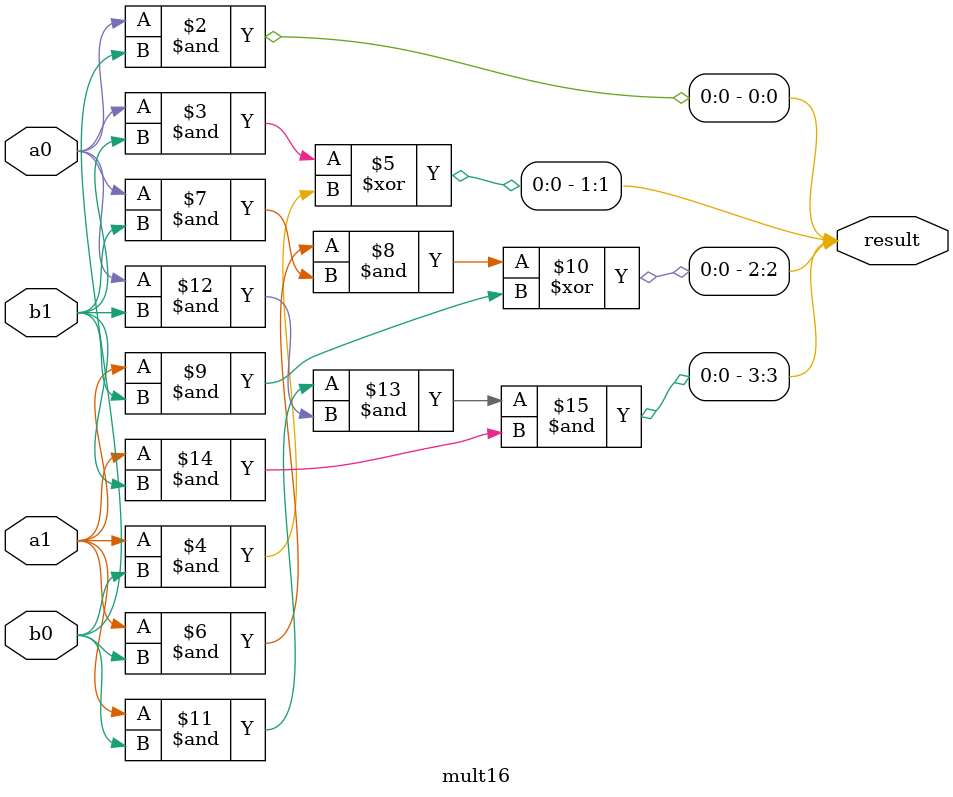
<source format=v>
module mult16 (input a1,a0,b1,b0,
            output reg [3:0] result);

    always @(*) begin
        result[0] = a0 & b0;
        result[1] = (a0 & b1) ^ (a1 & b0);
        result[2] = ((a1 & b0) & (a0 & b1)) ^ (a1 & b1);
        result[3] = ((a1 & b0) & (a0 & b1)) & (a1 & b1);       
    end
endmodule

</source>
